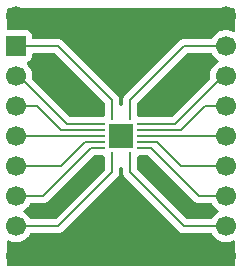
<source format=gtl>
G04 #@! TF.GenerationSoftware,KiCad,Pcbnew,9.0.6*
G04 #@! TF.CreationDate,2026-01-07T12:15:46-06:00*
G04 #@! TF.ProjectId,DHVQFN-14_3.65x3.65_P0.5,44485651-464e-42d3-9134-5f332e363578,rev?*
G04 #@! TF.SameCoordinates,Original*
G04 #@! TF.FileFunction,Copper,L1,Top*
G04 #@! TF.FilePolarity,Positive*
%FSLAX46Y46*%
G04 Gerber Fmt 4.6, Leading zero omitted, Abs format (unit mm)*
G04 Created by KiCad (PCBNEW 9.0.6) date 2026-01-07 12:15:46*
%MOMM*%
%LPD*%
G01*
G04 APERTURE LIST*
G04 #@! TA.AperFunction,SMDPad,CuDef*
%ADD10R,0.280000X1.200000*%
G04 #@! TD*
G04 #@! TA.AperFunction,SMDPad,CuDef*
%ADD11R,1.200000X0.280000*%
G04 #@! TD*
G04 #@! TA.AperFunction,SMDPad,CuDef*
%ADD12R,2.050000X2.050000*%
G04 #@! TD*
G04 #@! TA.AperFunction,ComponentPad*
%ADD13C,0.508000*%
G04 #@! TD*
G04 #@! TA.AperFunction,ComponentPad*
%ADD14C,1.700000*%
G04 #@! TD*
G04 #@! TA.AperFunction,ComponentPad*
%ADD15R,1.700000X1.700000*%
G04 #@! TD*
G04 #@! TA.AperFunction,ViaPad*
%ADD16C,0.600000*%
G04 #@! TD*
G04 #@! TA.AperFunction,Conductor*
%ADD17C,0.200000*%
G04 #@! TD*
G04 APERTURE END LIST*
D10*
X132345999Y-109321000D03*
D11*
X131126000Y-110251999D03*
X131126999Y-110752001D03*
X131126999Y-111252000D03*
X131126999Y-111751999D03*
X131126999Y-112252001D03*
D10*
X132345999Y-113183000D03*
X133846001Y-113183000D03*
D11*
X135065001Y-112252001D03*
X135065001Y-111751999D03*
X135065001Y-111252000D03*
X135065001Y-110752001D03*
X135065001Y-110251999D03*
D10*
X133846001Y-109321000D03*
D12*
X133096000Y-111252000D03*
D13*
X132702300Y-110858300D03*
X132702300Y-111645700D03*
X133489700Y-110858300D03*
X133489700Y-111645700D03*
D14*
X124206000Y-101092000D03*
D15*
X124206000Y-103632000D03*
D14*
X124206000Y-106172000D03*
X124206000Y-108712000D03*
X124206000Y-111252000D03*
X124206000Y-113792000D03*
X124206000Y-116332000D03*
X124206000Y-118872000D03*
X124206000Y-121412000D03*
X141986000Y-101092000D03*
X141986000Y-103632000D03*
X141986000Y-106172000D03*
X141986000Y-108712000D03*
X141986000Y-111252000D03*
X141986000Y-113792000D03*
X141986000Y-116332000D03*
X141986000Y-118872000D03*
X141986000Y-121412000D03*
D16*
X133096000Y-120359274D03*
X139700000Y-104902000D03*
X133096000Y-103632000D03*
X129794000Y-108458000D03*
X130302000Y-114300000D03*
X136398000Y-108458000D03*
X139700000Y-117602000D03*
X126492000Y-117602000D03*
X135890000Y-114300000D03*
X126492000Y-104902000D03*
D17*
X136135999Y-111751999D02*
X138176000Y-113792000D01*
X135065001Y-111751999D02*
X136135999Y-111751999D01*
X138176000Y-113792000D02*
X141986000Y-113792000D01*
X125984000Y-108712000D02*
X124206000Y-108712000D01*
X131126999Y-110752001D02*
X128024001Y-110752001D01*
X128024001Y-110752001D02*
X125984000Y-108712000D01*
X130571999Y-112252001D02*
X126492000Y-116332000D01*
X131126999Y-112252001D02*
X130571999Y-112252001D01*
X126492000Y-116332000D02*
X124206000Y-116332000D01*
X133846001Y-113183000D02*
X133846001Y-114288001D01*
X133846001Y-114288001D02*
X138430000Y-118872000D01*
X138430000Y-118872000D02*
X141986000Y-118872000D01*
X132345999Y-108215999D02*
X127762000Y-103632000D01*
X127762000Y-103632000D02*
X124206000Y-103632000D01*
X132345999Y-109321000D02*
X132345999Y-108215999D01*
X127762000Y-118872000D02*
X124206000Y-118872000D01*
X132345999Y-113183000D02*
X132345999Y-114288001D01*
X132345999Y-114288001D02*
X127762000Y-118872000D01*
X124460000Y-106172000D02*
X124206000Y-106172000D01*
X131126000Y-110251999D02*
X128539999Y-110251999D01*
X128539999Y-110251999D02*
X124460000Y-106172000D01*
X135620001Y-112252001D02*
X139700000Y-116332000D01*
X135065001Y-112252001D02*
X135620001Y-112252001D01*
X139700000Y-116332000D02*
X141986000Y-116332000D01*
X138430000Y-103632000D02*
X141986000Y-103632000D01*
X133846001Y-108215999D02*
X138430000Y-103632000D01*
X133846001Y-109321000D02*
X133846001Y-108215999D01*
X130056001Y-111751999D02*
X128016000Y-113792000D01*
X131126999Y-111751999D02*
X130056001Y-111751999D01*
X128016000Y-113792000D02*
X124206000Y-113792000D01*
X131126999Y-111252000D02*
X124206000Y-111252000D01*
X137652001Y-110251999D02*
X141732000Y-106172000D01*
X135065001Y-110251999D02*
X137652001Y-110251999D01*
X141732000Y-106172000D02*
X141986000Y-106172000D01*
X135065001Y-110752001D02*
X138167999Y-110752001D01*
X140208000Y-108712000D02*
X141986000Y-108712000D01*
X138167999Y-110752001D02*
X140208000Y-108712000D01*
X135065001Y-111252000D02*
X141986000Y-111252000D01*
G04 #@! TA.AperFunction,Conductor*
G36*
X133155426Y-113825712D02*
G01*
X133204832Y-113875118D01*
X133212182Y-113891212D01*
X133237683Y-113959584D01*
X133245501Y-114002917D01*
X133245501Y-114201331D01*
X133245498Y-114201340D01*
X133245500Y-114201340D01*
X133245500Y-114367055D01*
X133245499Y-114367055D01*
X133245500Y-114367058D01*
X133286424Y-114519786D01*
X133314918Y-114569139D01*
X133365478Y-114656713D01*
X133365482Y-114656718D01*
X133484350Y-114775586D01*
X133484355Y-114775590D01*
X138061284Y-119352520D01*
X138061286Y-119352521D01*
X138061290Y-119352524D01*
X138198209Y-119431573D01*
X138198216Y-119431577D01*
X138350943Y-119472501D01*
X138350945Y-119472501D01*
X138516654Y-119472501D01*
X138516670Y-119472500D01*
X140700281Y-119472500D01*
X140767320Y-119492185D01*
X140810765Y-119540205D01*
X140830947Y-119579814D01*
X140830948Y-119579815D01*
X140955890Y-119751786D01*
X141106213Y-119902109D01*
X141278179Y-120027048D01*
X141278181Y-120027049D01*
X141278184Y-120027051D01*
X141467588Y-120123557D01*
X141669757Y-120189246D01*
X141879713Y-120222500D01*
X141879714Y-120222500D01*
X142092286Y-120222500D01*
X142092287Y-120222500D01*
X142302243Y-120189246D01*
X142504412Y-120123557D01*
X142575205Y-120087485D01*
X142643874Y-120074590D01*
X142708614Y-120100866D01*
X142748872Y-120157972D01*
X142755500Y-120197971D01*
X142755500Y-122147774D01*
X142735815Y-122214813D01*
X142683011Y-122260568D01*
X142631500Y-122271774D01*
X123560500Y-122271774D01*
X123493461Y-122252089D01*
X123447706Y-122199285D01*
X123436500Y-122147774D01*
X123436500Y-120197971D01*
X123456185Y-120130932D01*
X123508989Y-120085177D01*
X123578147Y-120075233D01*
X123616793Y-120087485D01*
X123687588Y-120123557D01*
X123889757Y-120189246D01*
X124099713Y-120222500D01*
X124099714Y-120222500D01*
X124312286Y-120222500D01*
X124312287Y-120222500D01*
X124522243Y-120189246D01*
X124724412Y-120123557D01*
X124913816Y-120027051D01*
X124935789Y-120011086D01*
X125085786Y-119902109D01*
X125085788Y-119902106D01*
X125085792Y-119902104D01*
X125236104Y-119751792D01*
X125236106Y-119751788D01*
X125236109Y-119751786D01*
X125294661Y-119671193D01*
X125361051Y-119579816D01*
X125361349Y-119579230D01*
X125381235Y-119540205D01*
X125429209Y-119489409D01*
X125491719Y-119472500D01*
X127675331Y-119472500D01*
X127675347Y-119472501D01*
X127682943Y-119472501D01*
X127841054Y-119472501D01*
X127841057Y-119472501D01*
X127993785Y-119431577D01*
X128043904Y-119402639D01*
X128130716Y-119352520D01*
X128242520Y-119240716D01*
X128242520Y-119240714D01*
X128252728Y-119230507D01*
X128252729Y-119230504D01*
X132826519Y-114656717D01*
X132905576Y-114519785D01*
X132946500Y-114367058D01*
X132946500Y-114208943D01*
X132946500Y-114201340D01*
X132946499Y-114201330D01*
X132946499Y-114002917D01*
X132954317Y-113959584D01*
X132979818Y-113891212D01*
X133021689Y-113835278D01*
X133087153Y-113810861D01*
X133155426Y-113825712D01*
G37*
G04 #@! TD.AperFunction*
G04 #@! TA.AperFunction,Conductor*
G36*
X131648538Y-112912185D02*
G01*
X131694293Y-112964989D01*
X131705499Y-113016500D01*
X131705499Y-113830870D01*
X131705500Y-113830876D01*
X131711907Y-113890483D01*
X131733602Y-113948648D01*
X131738586Y-114018339D01*
X131705101Y-114079662D01*
X127549584Y-118235181D01*
X127488261Y-118268666D01*
X127461903Y-118271500D01*
X125491719Y-118271500D01*
X125424680Y-118251815D01*
X125381235Y-118203795D01*
X125361052Y-118164185D01*
X125361051Y-118164184D01*
X125236109Y-117992213D01*
X125085786Y-117841890D01*
X124913820Y-117716951D01*
X124913115Y-117716591D01*
X124905054Y-117712485D01*
X124854259Y-117664512D01*
X124837463Y-117596692D01*
X124859999Y-117530556D01*
X124905054Y-117491515D01*
X124913816Y-117487051D01*
X124935789Y-117471086D01*
X125085786Y-117362109D01*
X125085788Y-117362106D01*
X125085792Y-117362104D01*
X125236104Y-117211792D01*
X125236106Y-117211788D01*
X125236109Y-117211786D01*
X125294661Y-117131193D01*
X125361051Y-117039816D01*
X125361349Y-117039230D01*
X125381235Y-117000205D01*
X125429209Y-116949409D01*
X125491719Y-116932500D01*
X126405331Y-116932500D01*
X126405347Y-116932501D01*
X126412943Y-116932501D01*
X126571054Y-116932501D01*
X126571057Y-116932501D01*
X126723785Y-116891577D01*
X126773904Y-116862639D01*
X126860716Y-116812520D01*
X126972520Y-116700716D01*
X126972520Y-116700714D01*
X126982728Y-116690507D01*
X126982730Y-116690504D01*
X130744415Y-112928819D01*
X130805738Y-112895334D01*
X130832096Y-112892500D01*
X131581499Y-112892500D01*
X131648538Y-112912185D01*
G37*
G04 #@! TD.AperFunction*
G04 #@! TA.AperFunction,Conductor*
G36*
X135426942Y-112912185D02*
G01*
X135447584Y-112928819D01*
X139215139Y-116696374D01*
X139215149Y-116696385D01*
X139219479Y-116700715D01*
X139219480Y-116700716D01*
X139331284Y-116812520D01*
X139418095Y-116862639D01*
X139418097Y-116862641D01*
X139456151Y-116884611D01*
X139468215Y-116891577D01*
X139620943Y-116932501D01*
X139620946Y-116932501D01*
X139786653Y-116932501D01*
X139786669Y-116932500D01*
X140700281Y-116932500D01*
X140767320Y-116952185D01*
X140810765Y-117000205D01*
X140830947Y-117039814D01*
X140830948Y-117039815D01*
X140955890Y-117211786D01*
X141106213Y-117362109D01*
X141278182Y-117487050D01*
X141286946Y-117491516D01*
X141337742Y-117539491D01*
X141354536Y-117607312D01*
X141331998Y-117673447D01*
X141286946Y-117712484D01*
X141278182Y-117716949D01*
X141106213Y-117841890D01*
X140955890Y-117992213D01*
X140830948Y-118164184D01*
X140830947Y-118164185D01*
X140810765Y-118203795D01*
X140762791Y-118254591D01*
X140700281Y-118271500D01*
X138730098Y-118271500D01*
X138663059Y-118251815D01*
X138642417Y-118235181D01*
X134486898Y-114079662D01*
X134453413Y-114018339D01*
X134458396Y-113948650D01*
X134480092Y-113890483D01*
X134486501Y-113830873D01*
X134486500Y-113016499D01*
X134506184Y-112949461D01*
X134558988Y-112903706D01*
X134610500Y-112892500D01*
X135359903Y-112892500D01*
X135426942Y-112912185D01*
G37*
G04 #@! TD.AperFunction*
G04 #@! TA.AperFunction,Conductor*
G36*
X127528942Y-104252185D02*
G01*
X127549584Y-104268819D01*
X131705101Y-108424336D01*
X131738586Y-108485659D01*
X131733602Y-108555349D01*
X131711908Y-108613514D01*
X131711907Y-108613516D01*
X131705500Y-108673116D01*
X131705500Y-108673123D01*
X131705499Y-108673135D01*
X131705499Y-109487499D01*
X131685814Y-109554538D01*
X131633010Y-109600293D01*
X131581499Y-109611499D01*
X130478129Y-109611499D01*
X130478123Y-109611500D01*
X130418516Y-109617907D01*
X130349416Y-109643681D01*
X130306083Y-109651499D01*
X128840096Y-109651499D01*
X128773057Y-109631814D01*
X128752415Y-109615180D01*
X125581899Y-106444664D01*
X125548414Y-106383341D01*
X125547107Y-106337589D01*
X125556500Y-106278287D01*
X125556500Y-106065713D01*
X125523246Y-105855757D01*
X125457557Y-105653588D01*
X125361051Y-105464184D01*
X125361049Y-105464181D01*
X125361048Y-105464179D01*
X125236109Y-105292213D01*
X125122569Y-105178673D01*
X125089084Y-105117350D01*
X125094068Y-105047658D01*
X125135940Y-104991725D01*
X125166915Y-104974810D01*
X125298331Y-104925796D01*
X125413546Y-104839546D01*
X125499796Y-104724331D01*
X125550091Y-104589483D01*
X125556500Y-104529873D01*
X125556500Y-104356500D01*
X125576185Y-104289461D01*
X125628989Y-104243706D01*
X125680500Y-104232500D01*
X127461903Y-104232500D01*
X127528942Y-104252185D01*
G37*
G04 #@! TD.AperFunction*
G04 #@! TA.AperFunction,Conductor*
G36*
X140714883Y-104236787D02*
G01*
X140730088Y-104236136D01*
X140747726Y-104246431D01*
X140767320Y-104252185D01*
X140778216Y-104264228D01*
X140790430Y-104271358D01*
X140810765Y-104300205D01*
X140830947Y-104339814D01*
X140830948Y-104339815D01*
X140955890Y-104511786D01*
X141106213Y-104662109D01*
X141278182Y-104787050D01*
X141286946Y-104791516D01*
X141337742Y-104839491D01*
X141354536Y-104907312D01*
X141331998Y-104973447D01*
X141286946Y-105012484D01*
X141278182Y-105016949D01*
X141106213Y-105141890D01*
X140955890Y-105292213D01*
X140830951Y-105464179D01*
X140734444Y-105653585D01*
X140668753Y-105855760D01*
X140635500Y-106065713D01*
X140635500Y-106278291D01*
X140644891Y-106337585D01*
X140635936Y-106406879D01*
X140610099Y-106444664D01*
X137439585Y-109615180D01*
X137378262Y-109648665D01*
X137351904Y-109651499D01*
X135884918Y-109651499D01*
X135841585Y-109643681D01*
X135772483Y-109617907D01*
X135772484Y-109617907D01*
X135712884Y-109611500D01*
X135712882Y-109611499D01*
X135712874Y-109611499D01*
X135712866Y-109611499D01*
X134610500Y-109611499D01*
X134543461Y-109591814D01*
X134497706Y-109539010D01*
X134486500Y-109487499D01*
X134486500Y-108673129D01*
X134486499Y-108673123D01*
X134486498Y-108673116D01*
X134480092Y-108613517D01*
X134458396Y-108555348D01*
X134453413Y-108485659D01*
X134486896Y-108424338D01*
X138642417Y-104268819D01*
X138703740Y-104235334D01*
X138730098Y-104232500D01*
X140700281Y-104232500D01*
X140714883Y-104236787D01*
G37*
G04 #@! TD.AperFunction*
G04 #@! TA.AperFunction,Conductor*
G36*
X142698539Y-100432459D02*
G01*
X142744294Y-100485263D01*
X142755500Y-100536774D01*
X142755500Y-102306028D01*
X142735815Y-102373067D01*
X142683011Y-102418822D01*
X142613853Y-102428766D01*
X142575206Y-102416513D01*
X142504417Y-102380445D01*
X142504414Y-102380444D01*
X142504412Y-102380443D01*
X142302243Y-102314754D01*
X142302241Y-102314753D01*
X142302240Y-102314753D01*
X142140957Y-102289208D01*
X142092287Y-102281500D01*
X141879713Y-102281500D01*
X141831042Y-102289208D01*
X141669760Y-102314753D01*
X141467585Y-102380444D01*
X141278179Y-102476951D01*
X141106213Y-102601890D01*
X140955890Y-102752213D01*
X140830948Y-102924184D01*
X140830947Y-102924185D01*
X140810765Y-102963795D01*
X140762791Y-103014591D01*
X140700281Y-103031500D01*
X138516670Y-103031500D01*
X138516654Y-103031499D01*
X138509058Y-103031499D01*
X138350943Y-103031499D01*
X138274579Y-103051961D01*
X138198214Y-103072423D01*
X138198209Y-103072426D01*
X138061290Y-103151475D01*
X138061282Y-103151481D01*
X133365482Y-107847281D01*
X133365480Y-107847284D01*
X133315362Y-107934093D01*
X133315360Y-107934095D01*
X133286426Y-107984208D01*
X133286425Y-107984209D01*
X133281073Y-108004184D01*
X133245500Y-108136942D01*
X133245500Y-108136943D01*
X133245500Y-108136944D01*
X133245500Y-108305052D01*
X133245501Y-108305058D01*
X133245501Y-108501082D01*
X133237683Y-108544415D01*
X133212182Y-108612787D01*
X133170311Y-108668721D01*
X133104847Y-108693138D01*
X133036574Y-108678287D01*
X132987168Y-108628881D01*
X132979818Y-108612787D01*
X132954317Y-108544415D01*
X132946499Y-108501082D01*
X132946499Y-108305059D01*
X132946500Y-108305046D01*
X132946500Y-108136943D01*
X132946500Y-108136942D01*
X132905576Y-107984215D01*
X132905572Y-107984208D01*
X132826523Y-107847289D01*
X132826520Y-107847285D01*
X132826519Y-107847283D01*
X128249589Y-103270354D01*
X128249588Y-103270352D01*
X128130717Y-103151481D01*
X128130716Y-103151480D01*
X128043904Y-103101360D01*
X128043904Y-103101359D01*
X128043900Y-103101358D01*
X127993785Y-103072423D01*
X127841057Y-103031499D01*
X127682943Y-103031499D01*
X127675347Y-103031499D01*
X127675331Y-103031500D01*
X125680499Y-103031500D01*
X125613460Y-103011815D01*
X125567705Y-102959011D01*
X125556499Y-102907500D01*
X125556499Y-102734129D01*
X125556498Y-102734123D01*
X125550091Y-102674516D01*
X125499797Y-102539671D01*
X125499793Y-102539664D01*
X125413547Y-102424455D01*
X125413544Y-102424452D01*
X125298335Y-102338206D01*
X125298328Y-102338202D01*
X125163482Y-102287908D01*
X125163483Y-102287908D01*
X125103883Y-102281501D01*
X125103881Y-102281500D01*
X125103873Y-102281500D01*
X125103865Y-102281500D01*
X123560500Y-102281500D01*
X123493461Y-102261815D01*
X123447706Y-102209011D01*
X123436500Y-102157500D01*
X123436500Y-100536774D01*
X123456185Y-100469735D01*
X123508989Y-100423980D01*
X123560500Y-100412774D01*
X142631500Y-100412774D01*
X142698539Y-100432459D01*
G37*
G04 #@! TD.AperFunction*
M02*

</source>
